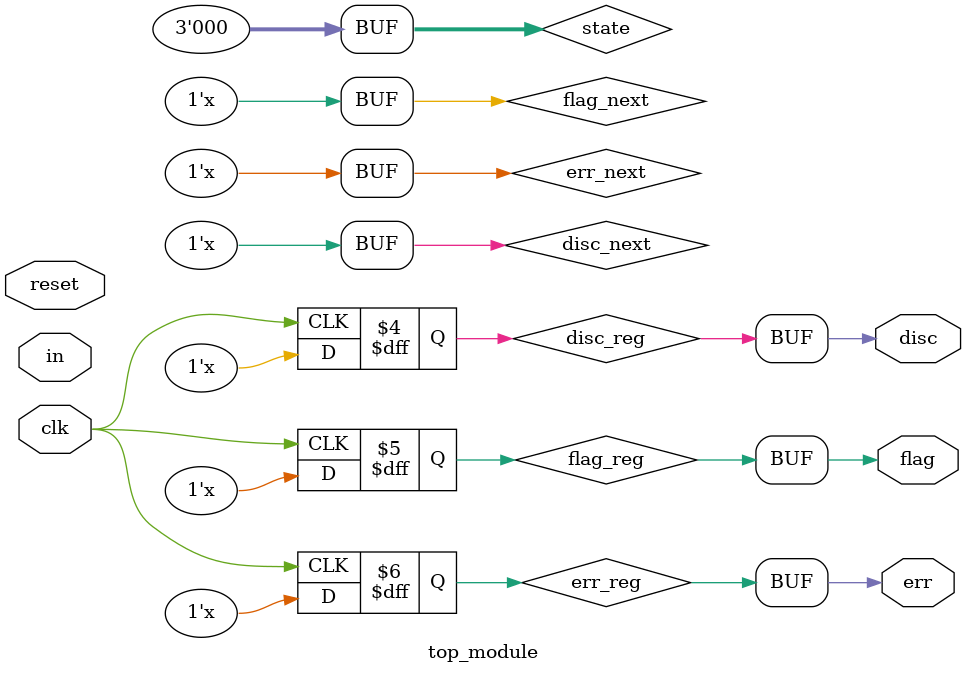
<source format=sv>
module top_module (
  input clk,
  input reset,
  input in,
  output disc,
  output flag,
  output err);

  reg [2:0] state;
  reg disc_reg, flag_reg, err_reg;
  reg disc_next, flag_next, err_next;

  always @(posedge clk or posedge reset) begin
    if (reset) begin
      state <= 3'b000;
    end else begin
      state <= state;
    end
  end

  always @(state or in) begin
    case(state)
      3'b000: begin
        disc_next = 0;
        flag_next = 0;
        err_next = 0;
        if (in) begin
          state <= 3'b001;
        end
      end
      3'b001: begin
        disc_next = 0;
        flag_next = 0;
        err_next = 0;
        if (in) begin
          state <= 3'b010;
        end else begin
          state <= 3'b000;
        end
      end
      3'b010: begin
        disc_next = 0;
        flag_next = 0;
        err_next = 0;
        if (in) begin
          state <= 3'b011;
        end else begin
          state <= 3'b000;
        end
      end
      3'b011: begin
        disc_next = 1;
        flag_next = 0;
        err_next = 0;
        if (in) begin
          state <= 3'b100;
        end else begin
          state <= 3'b000;
        end
      end
      3'b100: begin
        disc_next = 0;
        flag_next = 1;
        err_next = 0;
        if (in) begin
          state <= 3'b101;
        end else begin
          state <= 3'b000;
        end
      end
      3'b101: begin
        disc_next = 0;
        flag_next = 0;
        err_next = 0;
        if (in) begin
          state <= 3'b110;
        end else begin
          state <= 3'b000;
        end
      end
      3'b110: begin
        disc_next = 0;
        flag_next = 0;
        err_next = 1;
        if (in) begin
          state <= 3'b111;
        end else begin
          state <= 3'b000;
        end
      end
      3'b111: begin
        disc_next = 0;
        flag_next = 0;
        err_next = 1;
        if (in) begin
          state <= 3'b111;
        end else begin
          state <= 3'b000;
        end
      end
      default: state <= 3'b000;
    endcase
  end

  always @(posedge clk) begin
    disc_reg <= disc_next;
    flag_reg <= flag_next;
    err_reg <= err_next;
  end

  assign disc = disc_reg;
  assign flag = flag_reg;
  assign err = err_reg;
  
endmodule

</source>
